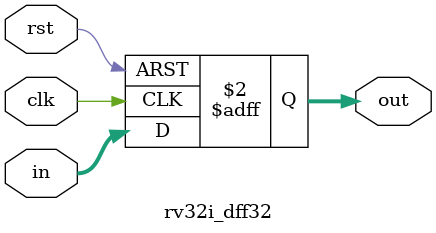
<source format=v>
module rv32i_dff32(clk, rst, in, out);
input clk, rst;
input[31:0] in;
output reg[31:0] out;

always @(posedge rst, posedge clk)
begin
	if(rst) out<=0;
	else out<=in;
end

endmodule
</source>
